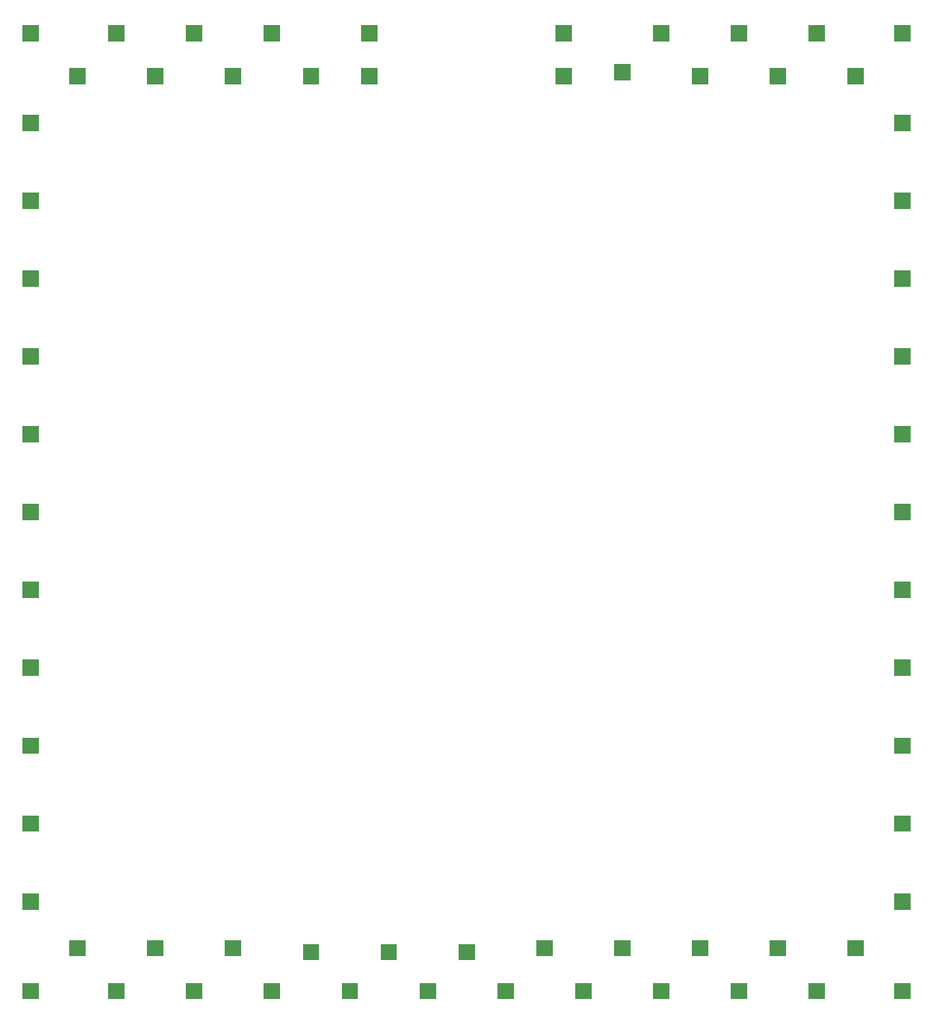
<source format=gbr>
G04 #@! TF.GenerationSoftware,KiCad,Pcbnew,(5.1.2)-2*
G04 #@! TF.CreationDate,2019-09-25T13:34:38+02:00*
G04 #@! TF.ProjectId,foam-template,666f616d-2d74-4656-9d70-6c6174652e6b,rev?*
G04 #@! TF.SameCoordinates,Original*
G04 #@! TF.FileFunction,Soldermask,Top*
G04 #@! TF.FilePolarity,Negative*
%FSLAX46Y46*%
G04 Gerber Fmt 4.6, Leading zero omitted, Abs format (unit mm)*
G04 Created by KiCad (PCBNEW (5.1.2)-2) date 2019-09-25 13:34:38*
%MOMM*%
%LPD*%
G04 APERTURE LIST*
%ADD10C,0.100000*%
G04 APERTURE END LIST*
D10*
G36*
X157051000Y-162551000D02*
G01*
X154949000Y-162551000D01*
X154949000Y-160449000D01*
X157051000Y-160449000D01*
X157051000Y-162551000D01*
X157051000Y-162551000D01*
G37*
G36*
X56051000Y-162551000D02*
G01*
X53949000Y-162551000D01*
X53949000Y-160449000D01*
X56051000Y-160449000D01*
X56051000Y-162551000D01*
X56051000Y-162551000D01*
G37*
G36*
X45051000Y-162551000D02*
G01*
X42949000Y-162551000D01*
X42949000Y-160449000D01*
X45051000Y-160449000D01*
X45051000Y-162551000D01*
X45051000Y-162551000D01*
G37*
G36*
X66051000Y-162551000D02*
G01*
X63949000Y-162551000D01*
X63949000Y-160449000D01*
X66051000Y-160449000D01*
X66051000Y-162551000D01*
X66051000Y-162551000D01*
G37*
G36*
X76051000Y-162551000D02*
G01*
X73949000Y-162551000D01*
X73949000Y-160449000D01*
X76051000Y-160449000D01*
X76051000Y-162551000D01*
X76051000Y-162551000D01*
G37*
G36*
X86051000Y-162551000D02*
G01*
X83949000Y-162551000D01*
X83949000Y-160449000D01*
X86051000Y-160449000D01*
X86051000Y-162551000D01*
X86051000Y-162551000D01*
G37*
G36*
X96051000Y-162551000D02*
G01*
X93949000Y-162551000D01*
X93949000Y-160449000D01*
X96051000Y-160449000D01*
X96051000Y-162551000D01*
X96051000Y-162551000D01*
G37*
G36*
X146051000Y-162551000D02*
G01*
X143949000Y-162551000D01*
X143949000Y-160449000D01*
X146051000Y-160449000D01*
X146051000Y-162551000D01*
X146051000Y-162551000D01*
G37*
G36*
X136051000Y-162551000D02*
G01*
X133949000Y-162551000D01*
X133949000Y-160449000D01*
X136051000Y-160449000D01*
X136051000Y-162551000D01*
X136051000Y-162551000D01*
G37*
G36*
X126051000Y-162551000D02*
G01*
X123949000Y-162551000D01*
X123949000Y-160449000D01*
X126051000Y-160449000D01*
X126051000Y-162551000D01*
X126051000Y-162551000D01*
G37*
G36*
X106051000Y-162551000D02*
G01*
X103949000Y-162551000D01*
X103949000Y-160449000D01*
X106051000Y-160449000D01*
X106051000Y-162551000D01*
X106051000Y-162551000D01*
G37*
G36*
X116051000Y-162551000D02*
G01*
X113949000Y-162551000D01*
X113949000Y-160449000D01*
X116051000Y-160449000D01*
X116051000Y-162551000D01*
X116051000Y-162551000D01*
G37*
G36*
X101051000Y-157551000D02*
G01*
X98949000Y-157551000D01*
X98949000Y-155449000D01*
X101051000Y-155449000D01*
X101051000Y-157551000D01*
X101051000Y-157551000D01*
G37*
G36*
X81051000Y-157551000D02*
G01*
X78949000Y-157551000D01*
X78949000Y-155449000D01*
X81051000Y-155449000D01*
X81051000Y-157551000D01*
X81051000Y-157551000D01*
G37*
G36*
X91051000Y-157551000D02*
G01*
X88949000Y-157551000D01*
X88949000Y-155449000D01*
X91051000Y-155449000D01*
X91051000Y-157551000D01*
X91051000Y-157551000D01*
G37*
G36*
X141051000Y-157051000D02*
G01*
X138949000Y-157051000D01*
X138949000Y-154949000D01*
X141051000Y-154949000D01*
X141051000Y-157051000D01*
X141051000Y-157051000D01*
G37*
G36*
X111051000Y-157051000D02*
G01*
X108949000Y-157051000D01*
X108949000Y-154949000D01*
X111051000Y-154949000D01*
X111051000Y-157051000D01*
X111051000Y-157051000D01*
G37*
G36*
X121051000Y-157051000D02*
G01*
X118949000Y-157051000D01*
X118949000Y-154949000D01*
X121051000Y-154949000D01*
X121051000Y-157051000D01*
X121051000Y-157051000D01*
G37*
G36*
X131051000Y-157051000D02*
G01*
X128949000Y-157051000D01*
X128949000Y-154949000D01*
X131051000Y-154949000D01*
X131051000Y-157051000D01*
X131051000Y-157051000D01*
G37*
G36*
X51051000Y-157051000D02*
G01*
X48949000Y-157051000D01*
X48949000Y-154949000D01*
X51051000Y-154949000D01*
X51051000Y-157051000D01*
X51051000Y-157051000D01*
G37*
G36*
X61051000Y-157051000D02*
G01*
X58949000Y-157051000D01*
X58949000Y-154949000D01*
X61051000Y-154949000D01*
X61051000Y-157051000D01*
X61051000Y-157051000D01*
G37*
G36*
X151051000Y-157051000D02*
G01*
X148949000Y-157051000D01*
X148949000Y-154949000D01*
X151051000Y-154949000D01*
X151051000Y-157051000D01*
X151051000Y-157051000D01*
G37*
G36*
X71051000Y-157051000D02*
G01*
X68949000Y-157051000D01*
X68949000Y-154949000D01*
X71051000Y-154949000D01*
X71051000Y-157051000D01*
X71051000Y-157051000D01*
G37*
G36*
X157051000Y-151051000D02*
G01*
X154949000Y-151051000D01*
X154949000Y-148949000D01*
X157051000Y-148949000D01*
X157051000Y-151051000D01*
X157051000Y-151051000D01*
G37*
G36*
X45051000Y-151051000D02*
G01*
X42949000Y-151051000D01*
X42949000Y-148949000D01*
X45051000Y-148949000D01*
X45051000Y-151051000D01*
X45051000Y-151051000D01*
G37*
G36*
X45051000Y-141051000D02*
G01*
X42949000Y-141051000D01*
X42949000Y-138949000D01*
X45051000Y-138949000D01*
X45051000Y-141051000D01*
X45051000Y-141051000D01*
G37*
G36*
X157051000Y-141051000D02*
G01*
X154949000Y-141051000D01*
X154949000Y-138949000D01*
X157051000Y-138949000D01*
X157051000Y-141051000D01*
X157051000Y-141051000D01*
G37*
G36*
X45051000Y-131051000D02*
G01*
X42949000Y-131051000D01*
X42949000Y-128949000D01*
X45051000Y-128949000D01*
X45051000Y-131051000D01*
X45051000Y-131051000D01*
G37*
G36*
X157051000Y-131051000D02*
G01*
X154949000Y-131051000D01*
X154949000Y-128949000D01*
X157051000Y-128949000D01*
X157051000Y-131051000D01*
X157051000Y-131051000D01*
G37*
G36*
X45051000Y-121051000D02*
G01*
X42949000Y-121051000D01*
X42949000Y-118949000D01*
X45051000Y-118949000D01*
X45051000Y-121051000D01*
X45051000Y-121051000D01*
G37*
G36*
X157051000Y-121051000D02*
G01*
X154949000Y-121051000D01*
X154949000Y-118949000D01*
X157051000Y-118949000D01*
X157051000Y-121051000D01*
X157051000Y-121051000D01*
G37*
G36*
X45051000Y-111051000D02*
G01*
X42949000Y-111051000D01*
X42949000Y-108949000D01*
X45051000Y-108949000D01*
X45051000Y-111051000D01*
X45051000Y-111051000D01*
G37*
G36*
X157051000Y-111051000D02*
G01*
X154949000Y-111051000D01*
X154949000Y-108949000D01*
X157051000Y-108949000D01*
X157051000Y-111051000D01*
X157051000Y-111051000D01*
G37*
G36*
X45051000Y-101051000D02*
G01*
X42949000Y-101051000D01*
X42949000Y-98949000D01*
X45051000Y-98949000D01*
X45051000Y-101051000D01*
X45051000Y-101051000D01*
G37*
G36*
X157051000Y-101051000D02*
G01*
X154949000Y-101051000D01*
X154949000Y-98949000D01*
X157051000Y-98949000D01*
X157051000Y-101051000D01*
X157051000Y-101051000D01*
G37*
G36*
X45051000Y-91051000D02*
G01*
X42949000Y-91051000D01*
X42949000Y-88949000D01*
X45051000Y-88949000D01*
X45051000Y-91051000D01*
X45051000Y-91051000D01*
G37*
G36*
X157051000Y-91051000D02*
G01*
X154949000Y-91051000D01*
X154949000Y-88949000D01*
X157051000Y-88949000D01*
X157051000Y-91051000D01*
X157051000Y-91051000D01*
G37*
G36*
X45051000Y-81051000D02*
G01*
X42949000Y-81051000D01*
X42949000Y-78949000D01*
X45051000Y-78949000D01*
X45051000Y-81051000D01*
X45051000Y-81051000D01*
G37*
G36*
X157051000Y-81051000D02*
G01*
X154949000Y-81051000D01*
X154949000Y-78949000D01*
X157051000Y-78949000D01*
X157051000Y-81051000D01*
X157051000Y-81051000D01*
G37*
G36*
X45051000Y-71051000D02*
G01*
X42949000Y-71051000D01*
X42949000Y-68949000D01*
X45051000Y-68949000D01*
X45051000Y-71051000D01*
X45051000Y-71051000D01*
G37*
G36*
X157051000Y-71051000D02*
G01*
X154949000Y-71051000D01*
X154949000Y-68949000D01*
X157051000Y-68949000D01*
X157051000Y-71051000D01*
X157051000Y-71051000D01*
G37*
G36*
X157051000Y-61051000D02*
G01*
X154949000Y-61051000D01*
X154949000Y-58949000D01*
X157051000Y-58949000D01*
X157051000Y-61051000D01*
X157051000Y-61051000D01*
G37*
G36*
X45051000Y-61051000D02*
G01*
X42949000Y-61051000D01*
X42949000Y-58949000D01*
X45051000Y-58949000D01*
X45051000Y-61051000D01*
X45051000Y-61051000D01*
G37*
G36*
X157051000Y-51051000D02*
G01*
X154949000Y-51051000D01*
X154949000Y-48949000D01*
X157051000Y-48949000D01*
X157051000Y-51051000D01*
X157051000Y-51051000D01*
G37*
G36*
X45051000Y-51051000D02*
G01*
X42949000Y-51051000D01*
X42949000Y-48949000D01*
X45051000Y-48949000D01*
X45051000Y-51051000D01*
X45051000Y-51051000D01*
G37*
G36*
X51051000Y-45051000D02*
G01*
X48949000Y-45051000D01*
X48949000Y-42949000D01*
X51051000Y-42949000D01*
X51051000Y-45051000D01*
X51051000Y-45051000D01*
G37*
G36*
X61051000Y-45051000D02*
G01*
X58949000Y-45051000D01*
X58949000Y-42949000D01*
X61051000Y-42949000D01*
X61051000Y-45051000D01*
X61051000Y-45051000D01*
G37*
G36*
X71051000Y-45051000D02*
G01*
X68949000Y-45051000D01*
X68949000Y-42949000D01*
X71051000Y-42949000D01*
X71051000Y-45051000D01*
X71051000Y-45051000D01*
G37*
G36*
X113551000Y-45051000D02*
G01*
X111449000Y-45051000D01*
X111449000Y-42949000D01*
X113551000Y-42949000D01*
X113551000Y-45051000D01*
X113551000Y-45051000D01*
G37*
G36*
X81051000Y-45051000D02*
G01*
X78949000Y-45051000D01*
X78949000Y-42949000D01*
X81051000Y-42949000D01*
X81051000Y-45051000D01*
X81051000Y-45051000D01*
G37*
G36*
X88551000Y-45051000D02*
G01*
X86449000Y-45051000D01*
X86449000Y-42949000D01*
X88551000Y-42949000D01*
X88551000Y-45051000D01*
X88551000Y-45051000D01*
G37*
G36*
X131051000Y-45051000D02*
G01*
X128949000Y-45051000D01*
X128949000Y-42949000D01*
X131051000Y-42949000D01*
X131051000Y-45051000D01*
X131051000Y-45051000D01*
G37*
G36*
X141051000Y-45051000D02*
G01*
X138949000Y-45051000D01*
X138949000Y-42949000D01*
X141051000Y-42949000D01*
X141051000Y-45051000D01*
X141051000Y-45051000D01*
G37*
G36*
X151051000Y-45051000D02*
G01*
X148949000Y-45051000D01*
X148949000Y-42949000D01*
X151051000Y-42949000D01*
X151051000Y-45051000D01*
X151051000Y-45051000D01*
G37*
G36*
X121051000Y-44551000D02*
G01*
X118949000Y-44551000D01*
X118949000Y-42449000D01*
X121051000Y-42449000D01*
X121051000Y-44551000D01*
X121051000Y-44551000D01*
G37*
G36*
X76051000Y-39551000D02*
G01*
X73949000Y-39551000D01*
X73949000Y-37449000D01*
X76051000Y-37449000D01*
X76051000Y-39551000D01*
X76051000Y-39551000D01*
G37*
G36*
X66051000Y-39551000D02*
G01*
X63949000Y-39551000D01*
X63949000Y-37449000D01*
X66051000Y-37449000D01*
X66051000Y-39551000D01*
X66051000Y-39551000D01*
G37*
G36*
X56051000Y-39551000D02*
G01*
X53949000Y-39551000D01*
X53949000Y-37449000D01*
X56051000Y-37449000D01*
X56051000Y-39551000D01*
X56051000Y-39551000D01*
G37*
G36*
X45051000Y-39551000D02*
G01*
X42949000Y-39551000D01*
X42949000Y-37449000D01*
X45051000Y-37449000D01*
X45051000Y-39551000D01*
X45051000Y-39551000D01*
G37*
G36*
X88551000Y-39551000D02*
G01*
X86449000Y-39551000D01*
X86449000Y-37449000D01*
X88551000Y-37449000D01*
X88551000Y-39551000D01*
X88551000Y-39551000D01*
G37*
G36*
X157051000Y-39551000D02*
G01*
X154949000Y-39551000D01*
X154949000Y-37449000D01*
X157051000Y-37449000D01*
X157051000Y-39551000D01*
X157051000Y-39551000D01*
G37*
G36*
X146051000Y-39551000D02*
G01*
X143949000Y-39551000D01*
X143949000Y-37449000D01*
X146051000Y-37449000D01*
X146051000Y-39551000D01*
X146051000Y-39551000D01*
G37*
G36*
X136051000Y-39551000D02*
G01*
X133949000Y-39551000D01*
X133949000Y-37449000D01*
X136051000Y-37449000D01*
X136051000Y-39551000D01*
X136051000Y-39551000D01*
G37*
G36*
X126051000Y-39551000D02*
G01*
X123949000Y-39551000D01*
X123949000Y-37449000D01*
X126051000Y-37449000D01*
X126051000Y-39551000D01*
X126051000Y-39551000D01*
G37*
G36*
X113551000Y-39551000D02*
G01*
X111449000Y-39551000D01*
X111449000Y-37449000D01*
X113551000Y-37449000D01*
X113551000Y-39551000D01*
X113551000Y-39551000D01*
G37*
M02*

</source>
